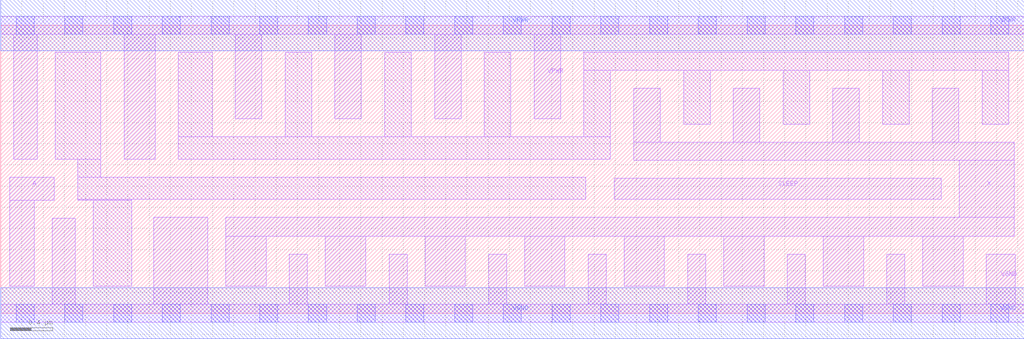
<source format=lef>
# Copyright 2020 The SkyWater PDK Authors
#
# Licensed under the Apache License, Version 2.0 (the "License");
# you may not use this file except in compliance with the License.
# You may obtain a copy of the License at
#
#     https://www.apache.org/licenses/LICENSE-2.0
#
# Unless required by applicable law or agreed to in writing, software
# distributed under the License is distributed on an "AS IS" BASIS,
# WITHOUT WARRANTIES OR CONDITIONS OF ANY KIND, either express or implied.
# See the License for the specific language governing permissions and
# limitations under the License.
#
# SPDX-License-Identifier: Apache-2.0

VERSION 5.7 ;
  NAMESCASESENSITIVE ON ;
  NOWIREEXTENSIONATPIN ON ;
  DIVIDERCHAR "/" ;
  BUSBITCHARS "[]" ;
UNITS
  DATABASE MICRONS 200 ;
END UNITS
PROPERTYDEFINITIONS
  MACRO maskLayoutSubType STRING ;
  MACRO prCellType STRING ;
  MACRO originalViewName STRING ;
END PROPERTYDEFINITIONS
MACRO sky130_fd_sc_hdll__isobufsrc_8
  CLASS CORE ;
  FOREIGN sky130_fd_sc_hdll__isobufsrc_8 ;
  ORIGIN  0.000000  0.000000 ;
  SIZE  9.660000 BY  2.720000 ;
  SYMMETRY X Y R90 ;
  SITE unithd ;
  PIN A
    ANTENNAGATEAREA  0.555000 ;
    DIRECTION INPUT ;
    USE SIGNAL ;
    PORT
      LAYER li1 ;
        RECT 0.085000 0.255000 0.315000 1.065000 ;
        RECT 0.085000 1.065000 0.505000 1.285000 ;
    END
  END A
  PIN SLEEP
    ANTENNAGATEAREA  2.220000 ;
    DIRECTION INPUT ;
    USE SIGNAL ;
    PORT
      LAYER li1 ;
        RECT 5.790000 1.075000 8.880000 1.275000 ;
    END
  END SLEEP
  PIN X
    ANTENNADIFFAREA  2.889000 ;
    DIRECTION OUTPUT ;
    USE SIGNAL ;
    PORT
      LAYER li1 ;
        RECT 2.125000 0.255000 2.505000 0.725000 ;
        RECT 2.125000 0.725000 9.565000 0.905000 ;
        RECT 3.065000 0.255000 3.445000 0.725000 ;
        RECT 4.005000 0.255000 4.385000 0.725000 ;
        RECT 4.945000 0.255000 5.325000 0.725000 ;
        RECT 5.885000 0.255000 6.265000 0.725000 ;
        RECT 5.975000 1.445000 9.565000 1.615000 ;
        RECT 5.975000 1.615000 6.225000 2.125000 ;
        RECT 6.825000 0.255000 7.205000 0.725000 ;
        RECT 6.915000 1.615000 7.165000 2.125000 ;
        RECT 7.765000 0.255000 8.145000 0.725000 ;
        RECT 7.855000 1.615000 8.105000 2.125000 ;
        RECT 8.705000 0.255000 9.085000 0.725000 ;
        RECT 8.795000 1.615000 9.045000 2.125000 ;
        RECT 9.050000 0.905000 9.565000 1.445000 ;
    END
  END X
  PIN VGND
    DIRECTION INOUT ;
    USE GROUND ;
    PORT
      LAYER li1 ;
        RECT 0.000000 -0.085000 9.660000 0.085000 ;
        RECT 0.485000  0.085000 0.705000 0.895000 ;
        RECT 1.445000  0.085000 1.955000 0.905000 ;
        RECT 2.725000  0.085000 2.895000 0.555000 ;
        RECT 3.665000  0.085000 3.835000 0.555000 ;
        RECT 4.605000  0.085000 4.775000 0.555000 ;
        RECT 5.545000  0.085000 5.715000 0.555000 ;
        RECT 6.485000  0.085000 6.655000 0.555000 ;
        RECT 7.425000  0.085000 7.595000 0.555000 ;
        RECT 8.365000  0.085000 8.535000 0.555000 ;
        RECT 9.305000  0.085000 9.575000 0.555000 ;
      LAYER mcon ;
        RECT 0.145000 -0.085000 0.315000 0.085000 ;
        RECT 0.605000 -0.085000 0.775000 0.085000 ;
        RECT 1.065000 -0.085000 1.235000 0.085000 ;
        RECT 1.525000 -0.085000 1.695000 0.085000 ;
        RECT 1.985000 -0.085000 2.155000 0.085000 ;
        RECT 2.445000 -0.085000 2.615000 0.085000 ;
        RECT 2.905000 -0.085000 3.075000 0.085000 ;
        RECT 3.365000 -0.085000 3.535000 0.085000 ;
        RECT 3.825000 -0.085000 3.995000 0.085000 ;
        RECT 4.285000 -0.085000 4.455000 0.085000 ;
        RECT 4.745000 -0.085000 4.915000 0.085000 ;
        RECT 5.205000 -0.085000 5.375000 0.085000 ;
        RECT 5.665000 -0.085000 5.835000 0.085000 ;
        RECT 6.125000 -0.085000 6.295000 0.085000 ;
        RECT 6.585000 -0.085000 6.755000 0.085000 ;
        RECT 7.045000 -0.085000 7.215000 0.085000 ;
        RECT 7.505000 -0.085000 7.675000 0.085000 ;
        RECT 7.965000 -0.085000 8.135000 0.085000 ;
        RECT 8.425000 -0.085000 8.595000 0.085000 ;
        RECT 8.885000 -0.085000 9.055000 0.085000 ;
        RECT 9.345000 -0.085000 9.515000 0.085000 ;
      LAYER met1 ;
        RECT 0.000000 -0.240000 9.660000 0.240000 ;
    END
  END VGND
  PIN VPWR
    DIRECTION INOUT ;
    USE POWER ;
    PORT
      LAYER li1 ;
        RECT 0.000000 2.635000 9.660000 2.805000 ;
        RECT 0.125000 1.455000 0.345000 2.635000 ;
        RECT 1.165000 1.455000 1.460000 2.635000 ;
        RECT 2.215000 1.835000 2.465000 2.635000 ;
        RECT 3.155000 1.835000 3.405000 2.635000 ;
        RECT 4.095000 1.835000 4.345000 2.635000 ;
        RECT 5.035000 1.835000 5.285000 2.635000 ;
      LAYER mcon ;
        RECT 0.145000 2.635000 0.315000 2.805000 ;
        RECT 0.605000 2.635000 0.775000 2.805000 ;
        RECT 1.065000 2.635000 1.235000 2.805000 ;
        RECT 1.525000 2.635000 1.695000 2.805000 ;
        RECT 1.985000 2.635000 2.155000 2.805000 ;
        RECT 2.445000 2.635000 2.615000 2.805000 ;
        RECT 2.905000 2.635000 3.075000 2.805000 ;
        RECT 3.365000 2.635000 3.535000 2.805000 ;
        RECT 3.825000 2.635000 3.995000 2.805000 ;
        RECT 4.285000 2.635000 4.455000 2.805000 ;
        RECT 4.745000 2.635000 4.915000 2.805000 ;
        RECT 5.205000 2.635000 5.375000 2.805000 ;
        RECT 5.665000 2.635000 5.835000 2.805000 ;
        RECT 6.125000 2.635000 6.295000 2.805000 ;
        RECT 6.585000 2.635000 6.755000 2.805000 ;
        RECT 7.045000 2.635000 7.215000 2.805000 ;
        RECT 7.505000 2.635000 7.675000 2.805000 ;
        RECT 7.965000 2.635000 8.135000 2.805000 ;
        RECT 8.425000 2.635000 8.595000 2.805000 ;
        RECT 8.885000 2.635000 9.055000 2.805000 ;
        RECT 9.345000 2.635000 9.515000 2.805000 ;
      LAYER met1 ;
        RECT 0.000000 2.480000 9.660000 2.960000 ;
    END
  END VPWR
  OBS
    LAYER li1 ;
      RECT 0.515000 1.455000 0.945000 2.465000 ;
      RECT 0.725000 1.065000 1.235000 1.075000 ;
      RECT 0.725000 1.075000 5.520000 1.285000 ;
      RECT 0.725000 1.285000 0.945000 1.455000 ;
      RECT 0.875000 0.255000 1.235000 1.065000 ;
      RECT 1.675000 1.455000 5.755000 1.665000 ;
      RECT 1.675000 1.665000 1.995000 2.465000 ;
      RECT 2.685000 1.665000 2.935000 2.465000 ;
      RECT 3.625000 1.665000 3.875000 2.465000 ;
      RECT 4.565000 1.665000 4.815000 2.465000 ;
      RECT 5.505000 1.665000 5.755000 2.295000 ;
      RECT 5.505000 2.295000 9.515000 2.465000 ;
      RECT 6.445000 1.785000 6.695000 2.295000 ;
      RECT 7.385000 1.785000 7.635000 2.295000 ;
      RECT 8.325000 1.785000 8.575000 2.295000 ;
      RECT 9.265000 1.785000 9.515000 2.295000 ;
  END
  PROPERTY maskLayoutSubType "abstract" ;
  PROPERTY prCellType "standard" ;
  PROPERTY originalViewName "layout" ;
END sky130_fd_sc_hdll__isobufsrc_8

</source>
